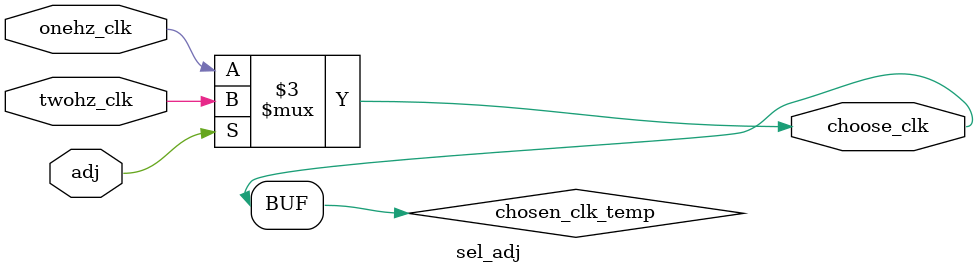
<source format=v>
`timescale 1ns / 1ps
module sel_adj(
	adj, onehz_clk, twohz_clk,
	choose_clk
    );

	input adj;
	input onehz_clk;
	input twohz_clk;
	output choose_clk;

	reg chosen_clk_temp;
	
	always @ (*) begin
		// Adjust Mode (CYCLE QUICKER)
		if (adj) begin
			chosen_clk_temp = twohz_clk;
		end
		// Normal Mode
		else begin
			chosen_clk_temp = onehz_clk;
		end
	end

	assign choose_clk = chosen_clk_temp;

endmodule
</source>
